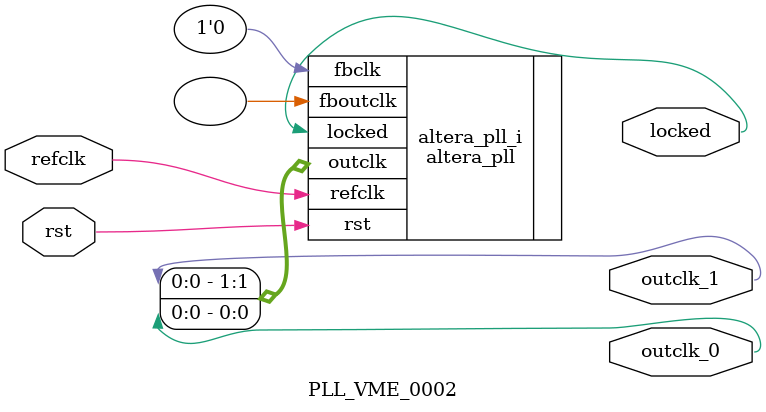
<source format=v>
`timescale 1ns/10ps
module  PLL_VME_0002(

	// interface 'refclk'
	input wire refclk,

	// interface 'reset'
	input wire rst,

	// interface 'outclk0'
	output wire outclk_0,

	// interface 'outclk1'
	output wire outclk_1,

	// interface 'locked'
	output wire locked
);

	altera_pll #(
		.fractional_vco_multiplier("false"),
		.reference_clock_frequency("125.0 MHz"),
		.operation_mode("normal"),
		.number_of_clocks(2),
		.output_clock_frequency0("125.0 MHz"),
		.phase_shift0("0 ps"),
		.duty_cycle0(50),
		.output_clock_frequency1("40.0 MHz"),
		.phase_shift1("0 ps"),
		.duty_cycle1(50),
		.output_clock_frequency2("0 MHz"),
		.phase_shift2("0 ps"),
		.duty_cycle2(50),
		.output_clock_frequency3("0 MHz"),
		.phase_shift3("0 ps"),
		.duty_cycle3(50),
		.output_clock_frequency4("0 MHz"),
		.phase_shift4("0 ps"),
		.duty_cycle4(50),
		.output_clock_frequency5("0 MHz"),
		.phase_shift5("0 ps"),
		.duty_cycle5(50),
		.output_clock_frequency6("0 MHz"),
		.phase_shift6("0 ps"),
		.duty_cycle6(50),
		.output_clock_frequency7("0 MHz"),
		.phase_shift7("0 ps"),
		.duty_cycle7(50),
		.output_clock_frequency8("0 MHz"),
		.phase_shift8("0 ps"),
		.duty_cycle8(50),
		.output_clock_frequency9("0 MHz"),
		.phase_shift9("0 ps"),
		.duty_cycle9(50),
		.output_clock_frequency10("0 MHz"),
		.phase_shift10("0 ps"),
		.duty_cycle10(50),
		.output_clock_frequency11("0 MHz"),
		.phase_shift11("0 ps"),
		.duty_cycle11(50),
		.output_clock_frequency12("0 MHz"),
		.phase_shift12("0 ps"),
		.duty_cycle12(50),
		.output_clock_frequency13("0 MHz"),
		.phase_shift13("0 ps"),
		.duty_cycle13(50),
		.output_clock_frequency14("0 MHz"),
		.phase_shift14("0 ps"),
		.duty_cycle14(50),
		.output_clock_frequency15("0 MHz"),
		.phase_shift15("0 ps"),
		.duty_cycle15(50),
		.output_clock_frequency16("0 MHz"),
		.phase_shift16("0 ps"),
		.duty_cycle16(50),
		.output_clock_frequency17("0 MHz"),
		.phase_shift17("0 ps"),
		.duty_cycle17(50),
		.pll_type("General"),
		.pll_subtype("General")
	) altera_pll_i (
		.outclk	({outclk_1, outclk_0}),
		.locked	(locked),
		.fboutclk	( ),
		.fbclk	(1'b0),
		.rst	(rst),
		.refclk	(refclk)
	);
endmodule


</source>
